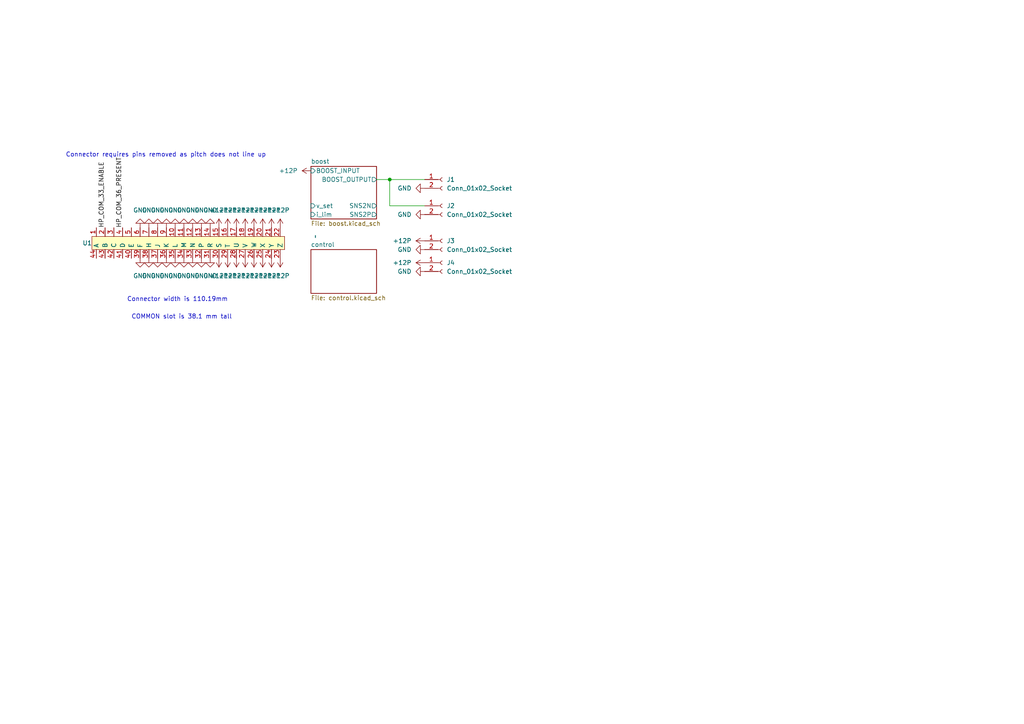
<source format=kicad_sch>
(kicad_sch (version 20230121) (generator eeschema)
  (paper "A4")
  (lib_symbols
    (symbol "Connector:Conn_01x02_Socket" (pin_names (offset 1.016) hide)
      (property "Reference" "J" (at 0 2.54 0))
      (property "Value" "Conn_01x02_Socket" (at 0 -5.08 0))
      (symbol "Conn_01x02_Socket_1_1"
        (arc (start 0 -2.032) (mid -0.5058 -2.54) (end 0 -3.048) (stroke (width 0.1524)))
        (polyline (pts (xy -1.27 -2.54) (xy -0.508 -2.54)) (stroke (width 0.1524)))
        (polyline (pts (xy -1.27 0) (xy -0.508 0)) (stroke (width 0.1524)))
        (arc (start 0 0.508) (mid -0.5058 0) (end 0 -0.508) (stroke (width 0.1524)))
        (pin passive line (at -5.08 0 0) (length 3.81) (name "Pin_1") (number "1"))
        (pin passive line (at -5.08 -2.54 0) (length 3.81) (name "Pin_2") (number "2"))
      )
    )
    (symbol "my parts:50-44A-30"
      (property "Reference" "J" (at 0 0 0))
      (symbol "50-44A-30_1_1"
        (rectangle (start 0 64.77) (end 3.81 8.89) (fill (type background)))
        (pin input line (at -2.54 63.5 0) (length 2.54) (name "") (number "1"))
        (pin input line (at -2.54 40.64 0) (length 2.54) (name "") (number "10"))
        (pin input line (at -2.54 38.1 0) (length 2.54) (name "") (number "11"))
        (pin input line (at -2.54 35.56 0) (length 2.54) (name "") (number "12"))
        (pin input line (at -2.54 33.02 0) (length 2.54) (name "") (number "13"))
        (pin input line (at -2.54 30.48 0) (length 2.54) (name "") (number "14"))
        (pin input line (at -2.54 27.94 0) (length 2.54) (name "") (number "15"))
        (pin input line (at -2.54 25.4 0) (length 2.54) (name "") (number "16"))
        (pin input line (at -2.54 22.86 0) (length 2.54) (name "") (number "17"))
        (pin input line (at -2.54 20.32 0) (length 2.54) (name "") (number "18"))
        (pin input line (at -2.54 17.78 0) (length 2.54) (name "") (number "19"))
        (pin input line (at -2.54 60.96 0) (length 2.54) (name "") (number "2"))
        (pin input line (at -2.54 15.24 0) (length 2.54) (name "") (number "20"))
        (pin input line (at -2.54 12.7 0) (length 2.54) (name "") (number "21"))
        (pin input line (at -2.54 10.16 0) (length 2.54) (name "") (number "22"))
        (pin input line (at 6.35 10.16 180) (length 2.54) (name "Z") (number "23"))
        (pin input line (at 6.35 12.7 180) (length 2.54) (name "Y") (number "24"))
        (pin input line (at 6.35 15.24 180) (length 2.54) (name "X") (number "25"))
        (pin input line (at 6.35 17.78 180) (length 2.54) (name "W") (number "26"))
        (pin input line (at 6.35 20.32 180) (length 2.54) (name "V") (number "27"))
        (pin input line (at 6.35 22.86 180) (length 2.54) (name "U") (number "28"))
        (pin input line (at 6.35 25.4 180) (length 2.54) (name "T") (number "29"))
        (pin input line (at -2.54 58.42 0) (length 2.54) (name "") (number "3"))
        (pin input line (at 6.35 27.94 180) (length 2.54) (name "S") (number "30"))
        (pin input line (at 6.35 30.48 180) (length 2.54) (name "R") (number "31"))
        (pin input line (at 6.35 33.02 180) (length 2.54) (name "P") (number "32"))
        (pin input line (at 6.35 35.56 180) (length 2.54) (name "N") (number "33"))
        (pin input line (at 6.35 38.1 180) (length 2.54) (name "M") (number "34"))
        (pin input line (at 6.35 40.64 180) (length 2.54) (name "L") (number "35"))
        (pin input line (at 6.35 43.18 180) (length 2.54) (name "K") (number "36"))
        (pin input line (at 6.35 45.72 180) (length 2.54) (name "J") (number "37"))
        (pin input line (at 6.35 48.26 180) (length 2.54) (name "H") (number "38"))
        (pin input line (at 6.35 50.8 180) (length 2.54) (name "F") (number "39"))
        (pin input line (at -2.54 55.88 0) (length 2.54) (name "") (number "4"))
        (pin input line (at 6.35 53.34 180) (length 2.54) (name "E") (number "40"))
        (pin input line (at 6.35 55.88 180) (length 2.54) (name "D") (number "41"))
        (pin input line (at 6.35 58.42 180) (length 2.54) (name "C") (number "42"))
        (pin input line (at 6.35 60.96 180) (length 2.54) (name "B") (number "43"))
        (pin input line (at 6.35 63.5 180) (length 2.54) (name "A") (number "44"))
        (pin input line (at -2.54 53.34 0) (length 2.54) (name "") (number "5"))
        (pin input line (at -2.54 50.8 0) (length 2.54) (name "") (number "6"))
        (pin input line (at -2.54 48.26 0) (length 2.54) (name "") (number "7"))
        (pin input line (at -2.54 45.72 0) (length 2.54) (name "") (number "8"))
        (pin input line (at -2.54 43.18 0) (length 2.54) (name "") (number "9"))
      )
    )
    (symbol "power:+12P" (power) (pin_names (offset 0))
      (property "Value" "+12P" (at 0 3.556 0))
      (symbol "+12P_0_1"
        (polyline (pts (xy -0.762 1.27) (xy 0 2.54)))
        (polyline (pts (xy 0 0) (xy 0 2.54)))
        (polyline (pts (xy 0 2.54) (xy 0.762 1.27)))
      )
      (symbol "+12P_1_1"
        (pin power_in line (at 0 0 90) (length 0) hide (name "+12P") (number "1"))
      )
    )
    (symbol "power:GND" (power) (pin_names (offset 0))
      (property "Value" "GND" (at 0 -3.81 0))
      (symbol "GND_0_1"
        (polyline (pts (xy 0 0) (xy 0 -1.27) (xy 1.27 -1.27) (xy 0 -2.54) (xy -1.27 -1.27) (xy 0 -1.27)))
      )
      (symbol "GND_1_1"
        (pin power_in line (at 0 0 270) (length 0) hide (name "GND") (number "1"))
      )
    )
  )
  (junction (at 113.03 52.07))
  (wire (pts (xy 123.19 59.69) (xy 113.03 59.69)))
  (wire (pts (xy 113.03 52.07) (xy 123.19 52.07)))
  (wire (pts (xy 113.03 52.07) (xy 113.03 59.69)))
  (wire (pts (xy 109.22 52.07) (xy 113.03 52.07)))
  (text "Connector width is 110.19mm" (at 36.83 87.63 0) (effects (font (size 1.27 1.27)) (justify left bottom)))
  (text "Connector requires pins removed as pitch does not line up\n" (at 19.05 45.72 0) (effects (font (size 1.27 1.27)) (justify left bottom)))
  (text "COMMON slot is 38.1 mm tall" (at 38.1 92.71 0) (effects (font (size 1.27 1.27)) (justify left bottom)))
  (label "HP_COM_33_ENABLE" (at 30.48 66.04 90))
  (label "HP_COM_36_PRESENT" (at 35.56 66.04 90))
  (symbol (lib_id "power:+12P") (at 71.12 74.93 180) (unit 1)
    (property "Reference" "#PWR067" (effects hide))
    (property "Value" "+12P" (at 71.12 80.01 0))
  )
  (symbol (lib_id "power:GND") (at 53.34 74.93 0) (unit 1)
    (property "Reference" "#PWR053" (effects hide))
    (property "Value" "GND" (at 53.34 80.01 0))
  )
  (symbol (lib_id "power:GND") (at 123.19 72.39 270) (unit 1)
    (property "Reference" "#PWR081" (effects hide))
    (property "Value" "GND" (at 119.38 72.39 90) (effects (justify right)))
  )
  (symbol (lib_id "power:+12P") (at 66.04 74.93 180) (unit 1)
    (property "Reference" "#PWR063" (effects hide))
    (property "Value" "+12P" (at 66.04 80.01 0))
  )
  (symbol (lib_id "power:GND") (at 58.42 66.04 180) (unit 1)
    (property "Reference" "#PWR056" (effects hide))
    (property "Value" "GND" (at 58.42 60.96 0))
  )
  (symbol (lib_id "power:GND") (at 58.42 74.93 0) (unit 1)
    (property "Reference" "#PWR057" (effects hide))
    (property "Value" "GND" (at 58.42 80.01 0))
  )
  (symbol (lib_id "power:+12P") (at 71.12 66.04 0) (unit 1)
    (property "Reference" "#PWR066" (effects hide))
    (property "Value" "+12P" (at 71.12 60.96 0))
  )
  (symbol (lib_id "power:GND") (at 40.64 66.04 180) (unit 1)
    (property "Reference" "#PWR042" (effects hide))
    (property "Value" "GND" (at 40.64 60.96 0))
  )
  (symbol (lib_id "power:GND") (at 50.8 66.04 180) (unit 1)
    (property "Reference" "#PWR050" (effects hide))
    (property "Value" "GND" (at 50.8 60.96 0))
  )
  (symbol (lib_id "power:+12P") (at 81.28 66.04 0) (unit 1)
    (property "Reference" "#PWR074" (effects hide))
    (property "Value" "+12P" (at 81.28 60.96 0))
  )
  (symbol (lib_id "power:+12P") (at 66.04 66.04 0) (unit 1)
    (property "Reference" "#PWR062" (effects hide))
    (property "Value" "+12P" (at 66.04 60.96 0))
  )
  (symbol (lib_id "power:+12P") (at 63.5 74.93 180) (unit 1)
    (property "Reference" "#PWR061" (effects hide))
    (property "Value" "+12P" (at 63.5 80.01 0))
  )
  (symbol (lib_id "power:GND") (at 60.96 66.04 180) (unit 1)
    (property "Reference" "#PWR058" (effects hide))
    (property "Value" "GND" (at 60.96 60.96 0))
  )
  (symbol (lib_id "power:GND") (at 55.88 66.04 180) (unit 1)
    (property "Reference" "#PWR054" (effects hide))
    (property "Value" "GND" (at 55.88 60.96 0))
  )
  (symbol (lib_id "power:GND") (at 45.72 66.04 180) (unit 1)
    (property "Reference" "#PWR046" (effects hide))
    (property "Value" "GND" (at 45.72 60.96 0))
  )
  (symbol (lib_id "power:GND") (at 53.34 66.04 180) (unit 1)
    (property "Reference" "#PWR052" (effects hide))
    (property "Value" "GND" (at 53.34 60.96 0))
  )
  (symbol (lib_id "power:+12P") (at 90.17 49.53 90) (unit 1)
    (property "Reference" "#PWR076" (effects hide))
    (property "Value" "+12P" (at 86.36 49.53 90) (effects (justify left)))
  )
  (symbol (lib_id "power:GND") (at 123.19 62.23 270) (unit 1)
    (property "Reference" "#PWR080" (effects hide))
    (property "Value" "GND" (at 119.38 62.23 90) (effects (justify right)))
  )
  (symbol (lib_id "power:GND") (at 40.64 74.93 0) (unit 1)
    (property "Reference" "#PWR043" (effects hide))
    (property "Value" "GND" (at 40.64 80.01 0))
  )
  (symbol (lib_id "power:+12P") (at 73.66 66.04 0) (unit 1)
    (property "Reference" "#PWR068" (effects hide))
    (property "Value" "+12P" (at 73.66 60.96 0))
  )
  (symbol (lib_id "Connector:Conn_01x02_Socket") (at 128.27 76.2 0) (unit 1)
    (property "Reference" "J4" (at 129.54 76.2 0) (effects (justify left)))
    (property "Value" "Conn_01x02_Socket" (at 129.54 78.74 0) (effects (justify left)))
    (property "Footprint" "Connector_Phoenix_MSTB:PhoenixContact_MSTBA_2,5_2-G_1x02_P5.00mm_Horizontal" (effects hide))
  )
  (symbol (lib_id "Connector:Conn_01x02_Socket") (at 128.27 59.69 0) (unit 1)
    (property "Reference" "J2" (at 129.54 59.69 0) (effects (justify left)))
    (property "Value" "Conn_01x02_Socket" (at 129.54 62.23 0) (effects (justify left)))
    (property "Footprint" "Connector_Phoenix_MSTB:PhoenixContact_MSTBA_2,5_2-G_1x02_P5.00mm_Horizontal" (effects hide))
  )
  (symbol (lib_id "power:+12P") (at 63.5 66.04 0) (unit 1)
    (property "Reference" "#PWR060" (effects hide))
    (property "Value" "+12P" (at 63.5 60.96 0))
  )
  (symbol (lib_id "power:+12P") (at 123.19 76.2 90) (unit 1)
    (property "Reference" "#PWR079" (effects hide))
    (property "Value" "+12P" (at 119.38 76.2 90) (effects (justify left)))
  )
  (symbol (lib_id "power:+12P") (at 68.58 66.04 0) (unit 1)
    (property "Reference" "#PWR064" (effects hide))
    (property "Value" "+12P" (at 68.58 60.96 0))
  )
  (symbol (lib_id "power:GND") (at 48.26 74.93 0) (unit 1)
    (property "Reference" "#PWR049" (effects hide))
    (property "Value" "GND" (at 48.26 80.01 0))
  )
  (symbol (lib_id "power:GND") (at 55.88 74.93 0) (unit 1)
    (property "Reference" "#PWR055" (effects hide))
    (property "Value" "GND" (at 55.88 80.01 0))
  )
  (symbol (lib_id "power:+12P") (at 78.74 74.93 180) (unit 1)
    (property "Reference" "#PWR073" (effects hide))
    (property "Value" "+12P" (at 78.74 80.01 0))
  )
  (symbol (lib_id "Connector:Conn_01x02_Socket") (at 128.27 52.07 0) (unit 1)
    (property "Reference" "J1" (at 129.54 52.07 0) (effects (justify left)))
    (property "Value" "Conn_01x02_Socket" (at 129.54 54.61 0) (effects (justify left)))
    (property "Footprint" "Connector_Phoenix_MSTB:PhoenixContact_MSTBA_2,5_2-G_1x02_P5.00mm_Horizontal" (effects hide))
  )
  (symbol (lib_id "power:GND") (at 43.18 74.93 0) (unit 1)
    (property "Reference" "#PWR045" (effects hide))
    (property "Value" "GND" (at 43.18 80.01 0))
  )
  (symbol (lib_id "power:+12P") (at 81.28 74.93 180) (unit 1)
    (property "Reference" "#PWR075" (effects hide))
    (property "Value" "+12P" (at 81.28 80.01 0))
  )
  (symbol (lib_id "power:GND") (at 123.19 78.74 270) (unit 1)
    (property "Reference" "#PWR082" (effects hide))
    (property "Value" "GND" (at 119.38 78.74 90) (effects (justify right)))
  )
  (symbol (lib_id "power:+12P") (at 76.2 66.04 0) (unit 1)
    (property "Reference" "#PWR070" (effects hide))
    (property "Value" "+12P" (at 76.2 60.96 0))
  )
  (symbol (lib_id "Connector:Conn_01x02_Socket") (at 128.27 69.85 0) (unit 1)
    (property "Reference" "J3" (at 129.54 69.85 0) (effects (justify left)))
    (property "Value" "Conn_01x02_Socket" (at 129.54 72.39 0) (effects (justify left)))
    (property "Footprint" "Connector_Phoenix_MSTB:PhoenixContact_MSTBA_2,5_2-G_1x02_P5.00mm_Horizontal" (effects hide))
  )
  (symbol (lib_id "power:+12P") (at 68.58 74.93 180) (unit 1)
    (property "Reference" "#PWR065" (effects hide))
    (property "Value" "+12P" (at 68.58 80.01 0))
  )
  (symbol (lib_id "power:+12P") (at 123.19 69.85 90) (unit 1)
    (property "Reference" "#PWR078" (effects hide))
    (property "Value" "+12P" (at 119.38 69.85 90) (effects (justify left)))
  )
  (symbol (lib_id "power:GND") (at 60.96 74.93 0) (unit 1)
    (property "Reference" "#PWR059" (effects hide))
    (property "Value" "GND" (at 60.96 80.01 0))
  )
  (symbol (lib_id "power:+12P") (at 76.2 74.93 180) (unit 1)
    (property "Reference" "#PWR071" (effects hide))
    (property "Value" "+12P" (at 76.2 80.01 0))
  )
  (symbol (lib_id "power:+12P") (at 78.74 66.04 0) (unit 1)
    (property "Reference" "#PWR072" (effects hide))
    (property "Value" "+12P" (at 78.74 60.96 0))
  )
  (symbol (lib_id "my parts:50-44A-30") (at 91.44 68.58 90) (mirror x) (unit 1)
    (property "Reference" "U1" (at 26.67 70.485 90) (effects (justify left)))
    (property "Value" "~" (at 91.44 68.58 0))
    (property "Footprint" "AudioJacks:50-44A-30" (effects hide))
  )
  (symbol (lib_id "power:GND") (at 45.72 74.93 0) (unit 1)
    (property "Reference" "#PWR047" (effects hide))
    (property "Value" "GND" (at 45.72 80.01 0))
  )
  (symbol (lib_id "power:GND") (at 43.18 66.04 180) (unit 1)
    (property "Reference" "#PWR044" (effects hide))
    (property "Value" "GND" (at 43.18 60.96 0))
  )
  (symbol (lib_id "power:GND") (at 50.8 74.93 0) (unit 1)
    (property "Reference" "#PWR051" (effects hide))
    (property "Value" "GND" (at 50.8 80.01 0))
  )
  (symbol (lib_id "power:+12P") (at 73.66 74.93 180) (unit 1)
    (property "Reference" "#PWR069" (effects hide))
    (property "Value" "+12P" (at 73.66 80.01 0))
  )
  (symbol (lib_id "power:GND") (at 123.19 54.61 270) (unit 1)
    (property "Reference" "#PWR077" (effects hide))
    (property "Value" "GND" (at 119.38 54.61 90) (effects (justify right)))
  )
  (symbol (lib_id "power:GND") (at 48.26 66.04 180) (unit 1)
    (property "Reference" "#PWR048" (effects hide))
    (property "Value" "GND" (at 48.26 60.96 0))
  )
  (sheet (at 90.17 72.39) (size 19.05 12.7) (stroke (width 0.1524))
    (property "Sheetname" "control" (at 90.17 71.6784 0) (effects (justify left bottom)))
    (property "Sheetfile" "control.kicad_sch" (at 90.17 85.6746 0) (effects (justify left top)))
  )
  (sheet (at 90.17 48.26) (size 19.05 15.24) (stroke (width 0.1524))
    (property "Sheetname" "boost" (at 90.17 47.5484 0) (effects (justify left bottom)))
    (property "Sheetfile" "boost.kicad_sch" (at 90.17 64.0846 0) (effects (justify left top)))
    (pin "BOOST_OUTPUT" output (at 109.22 52.07 0))
    (pin "SNS2P" output (at 109.22 62.23 0))
    (pin "i_lim" input (at 90.17 62.23 180))
    (pin "v_set" input (at 90.17 59.69 180))
    (pin "BOOST_INPUT" input (at 90.17 49.53 180))
    (pin "SNS2N" output (at 109.22 59.69 0))
  )
)
</source>
